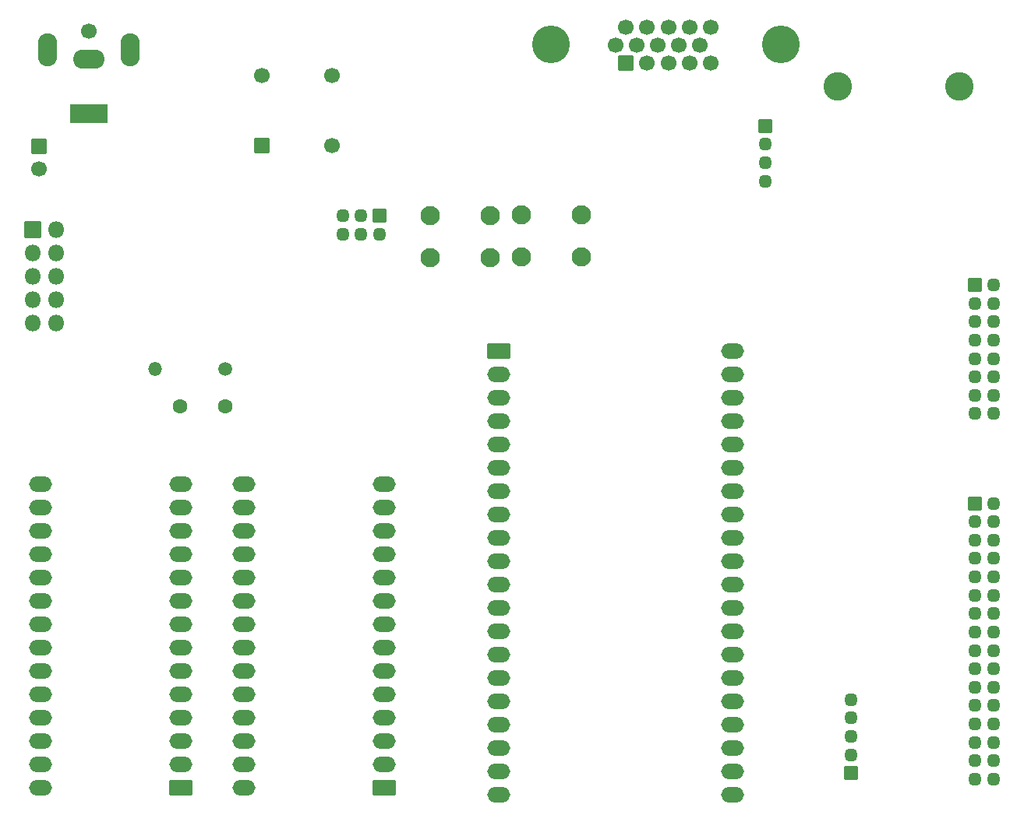
<source format=gbr>
%TF.GenerationSoftware,KiCad,Pcbnew,6.0.4-1.fc35*%
%TF.CreationDate,2022-04-22T23:34:45+05:30*%
%TF.ProjectId,8puter,38707574-6572-42e6-9b69-6361645f7063,rev?*%
%TF.SameCoordinates,PX5496c90PY8113368*%
%TF.FileFunction,Soldermask,Bot*%
%TF.FilePolarity,Negative*%
%FSLAX46Y46*%
G04 Gerber Fmt 4.6, Leading zero omitted, Abs format (unit mm)*
G04 Created by KiCad (PCBNEW 6.0.4-1.fc35) date 2022-04-22 23:34:45*
%MOMM*%
%LPD*%
G01*
G04 APERTURE LIST*
G04 Aperture macros list*
%AMRoundRect*
0 Rectangle with rounded corners*
0 $1 Rounding radius*
0 $2 $3 $4 $5 $6 $7 $8 $9 X,Y pos of 4 corners*
0 Add a 4 corners polygon primitive as box body*
4,1,4,$2,$3,$4,$5,$6,$7,$8,$9,$2,$3,0*
0 Add four circle primitives for the rounded corners*
1,1,$1+$1,$2,$3*
1,1,$1+$1,$4,$5*
1,1,$1+$1,$6,$7*
1,1,$1+$1,$8,$9*
0 Add four rect primitives between the rounded corners*
20,1,$1+$1,$2,$3,$4,$5,0*
20,1,$1+$1,$4,$5,$6,$7,0*
20,1,$1+$1,$6,$7,$8,$9,0*
20,1,$1+$1,$8,$9,$2,$3,0*%
G04 Aperture macros list end*
%ADD10C,2.100000*%
%ADD11RoundRect,0.050000X1.200000X0.800000X-1.200000X0.800000X-1.200000X-0.800000X1.200000X-0.800000X0*%
%ADD12O,2.500000X1.700000*%
%ADD13RoundRect,0.050000X-1.200000X-0.800000X1.200000X-0.800000X1.200000X0.800000X-1.200000X0.800000X0*%
%ADD14RoundRect,0.050000X-0.850000X-0.850000X0.850000X-0.850000X0.850000X0.850000X-0.850000X0.850000X0*%
%ADD15O,1.800000X1.800000*%
%ADD16RoundRect,0.050000X-0.675000X-0.675000X0.675000X-0.675000X0.675000X0.675000X-0.675000X0.675000X0*%
%ADD17O,1.450000X1.450000*%
%ADD18C,1.500000*%
%ADD19O,1.500000X1.500000*%
%ADD20RoundRect,0.050000X-0.800000X0.800000X-0.800000X-0.800000X0.800000X-0.800000X0.800000X0.800000X0*%
%ADD21C,1.700000*%
%ADD22C,4.100000*%
%ADD23RoundRect,0.050000X0.800000X0.800000X-0.800000X0.800000X-0.800000X-0.800000X0.800000X-0.800000X0*%
%ADD24RoundRect,0.050000X0.675000X0.675000X-0.675000X0.675000X-0.675000X-0.675000X0.675000X-0.675000X0*%
%ADD25RoundRect,0.050000X2.000000X1.000000X-2.000000X1.000000X-2.000000X-1.000000X2.000000X-1.000000X0*%
%ADD26O,3.400000X2.100000*%
%ADD27O,2.100000X3.600000*%
%ADD28RoundRect,0.050000X-0.675000X0.675000X-0.675000X-0.675000X0.675000X-0.675000X0.675000X0.675000X0*%
%ADD29C,3.100000*%
%ADD30C,1.600000*%
%ADD31RoundRect,0.050000X-0.800000X-0.800000X0.800000X-0.800000X0.800000X0.800000X-0.800000X0.800000X0*%
G04 APERTURE END LIST*
D10*
%TO.C,RESET_SW1*%
X59894219Y76594226D03*
X66394219Y76594226D03*
X59894219Y72094226D03*
X66394219Y72094226D03*
%TD*%
D11*
%TO.C,ROM1*%
X45025005Y14275012D03*
D12*
X45025005Y16815012D03*
X45025005Y19355012D03*
X45025005Y21895012D03*
X45025005Y24435012D03*
X45025005Y26975012D03*
X45025005Y29515012D03*
X45025005Y32055012D03*
X45025005Y34595012D03*
X45025005Y37135012D03*
X45025005Y39675012D03*
X45025005Y42215012D03*
X45025005Y44755012D03*
X45025005Y47295012D03*
X29785005Y47295012D03*
X29785005Y44755012D03*
X29785005Y42215012D03*
X29785005Y39675012D03*
X29785005Y37135012D03*
X29785005Y34595012D03*
X29785005Y32055012D03*
X29785005Y29515012D03*
X29785005Y26975012D03*
X29785005Y24435012D03*
X29785005Y21895012D03*
X29785005Y19355012D03*
X29785005Y16815012D03*
X29785005Y14275012D03*
%TD*%
D13*
%TO.C,CPU1*%
X57500005Y61825012D03*
D12*
X57500005Y59285012D03*
X57500005Y56745012D03*
X57500005Y54205012D03*
X57500005Y51665012D03*
X57500005Y49125012D03*
X57500005Y46585012D03*
X57500005Y44045012D03*
X57500005Y41505012D03*
X57500005Y38965012D03*
X57500005Y36425012D03*
X57500005Y33885012D03*
X57500005Y31345012D03*
X57500005Y28805012D03*
X57500005Y26265012D03*
X57500005Y23725012D03*
X57500005Y21185012D03*
X57500005Y18645012D03*
X57500005Y16105012D03*
X57500005Y13565012D03*
X82900005Y13565012D03*
X82900005Y16105012D03*
X82900005Y18645012D03*
X82900005Y21185012D03*
X82900005Y23725012D03*
X82900005Y26265012D03*
X82900005Y28805012D03*
X82900005Y31345012D03*
X82900005Y33885012D03*
X82900005Y36425012D03*
X82900005Y38965012D03*
X82900005Y41505012D03*
X82900005Y44045012D03*
X82900005Y46585012D03*
X82900005Y49125012D03*
X82900005Y51665012D03*
X82900005Y54205012D03*
X82900005Y56745012D03*
X82900005Y59285012D03*
X82900005Y61825012D03*
%TD*%
D14*
%TO.C,SERIAL1*%
X6825000Y74975000D03*
D15*
X9365000Y74975000D03*
X6825000Y72435000D03*
X9365000Y72435000D03*
X6825000Y69895000D03*
X9365000Y69895000D03*
X6825000Y67355000D03*
X9365000Y67355000D03*
X6825000Y64815000D03*
X9365000Y64815000D03*
%TD*%
D16*
%TO.C,PERIPHERAL1*%
X109200000Y69000000D03*
D17*
X111200000Y69000000D03*
X109200000Y67000000D03*
X111200000Y67000000D03*
X109200000Y65000000D03*
X111200000Y65000000D03*
X109200000Y63000000D03*
X111200000Y63000000D03*
X109200000Y61000000D03*
X111200000Y61000000D03*
X109200000Y59000000D03*
X111200000Y59000000D03*
X109200000Y57000000D03*
X111200000Y57000000D03*
X109200000Y55000000D03*
X111200000Y55000000D03*
%TD*%
D18*
%TO.C,R4*%
X27710000Y59900000D03*
D19*
X20090000Y59900000D03*
%TD*%
D20*
%TO.C,C3*%
X7500000Y84100000D03*
D21*
X7500000Y81600000D03*
%TD*%
D22*
%TO.C,VGA1*%
X88115000Y95149669D03*
X63115000Y95149669D03*
D23*
X71300000Y93099669D03*
D21*
X73590000Y93099669D03*
X75880000Y93099669D03*
X78170000Y93099669D03*
X80460000Y93099669D03*
X70155000Y95079669D03*
X72445000Y95079669D03*
X74735000Y95079669D03*
X77025000Y95079669D03*
X79315000Y95079669D03*
X71300000Y97059669D03*
X73590000Y97059669D03*
X75880000Y97059669D03*
X78170000Y97059669D03*
X80460000Y97059669D03*
%TD*%
D24*
%TO.C,JTAG1*%
X95700000Y15900000D03*
D17*
X95700000Y17900000D03*
X95700000Y19900000D03*
X95700000Y21900000D03*
X95700000Y23900000D03*
%TD*%
D16*
%TO.C,DEBUG1*%
X109200000Y45250000D03*
D17*
X111200000Y45250000D03*
X109200000Y43250000D03*
X111200000Y43250000D03*
X109200000Y41250000D03*
X111200000Y41250000D03*
X109200000Y39250000D03*
X111200000Y39250000D03*
X109200000Y37250000D03*
X111200000Y37250000D03*
X109200000Y35250000D03*
X111200000Y35250000D03*
X109200000Y33250000D03*
X111200000Y33250000D03*
X109200000Y31250000D03*
X111200000Y31250000D03*
X109200000Y29250000D03*
X111200000Y29250000D03*
X109200000Y27250000D03*
X111200000Y27250000D03*
X109200000Y25250000D03*
X111200000Y25250000D03*
X109200000Y23250000D03*
X111200000Y23250000D03*
X109200000Y21250000D03*
X111200000Y21250000D03*
X109200000Y19250000D03*
X111200000Y19250000D03*
X109200000Y17250000D03*
X111200000Y17250000D03*
X109200000Y15250000D03*
X111200000Y15250000D03*
%TD*%
D16*
%TO.C,SWD_H1*%
X86400000Y86300000D03*
D17*
X86400000Y84300000D03*
X86400000Y82300000D03*
X86400000Y80300000D03*
%TD*%
D11*
%TO.C,RAM1*%
X22900005Y14300012D03*
D12*
X22900005Y16840012D03*
X22900005Y19380012D03*
X22900005Y21920012D03*
X22900005Y24460012D03*
X22900005Y27000012D03*
X22900005Y29540012D03*
X22900005Y32080012D03*
X22900005Y34620012D03*
X22900005Y37160012D03*
X22900005Y39700012D03*
X22900005Y42240012D03*
X22900005Y44780012D03*
X22900005Y47320012D03*
X7660005Y47320012D03*
X7660005Y44780012D03*
X7660005Y42240012D03*
X7660005Y39700012D03*
X7660005Y37160012D03*
X7660005Y34620012D03*
X7660005Y32080012D03*
X7660005Y29540012D03*
X7660005Y27000012D03*
X7660005Y24460012D03*
X7660005Y21920012D03*
X7660005Y19380012D03*
X7660005Y16840012D03*
X7660005Y14300012D03*
%TD*%
D21*
%TO.C,J1*%
X12900000Y96600000D03*
D25*
X12900000Y87600000D03*
D26*
X12900000Y93600000D03*
D27*
X17400000Y94600000D03*
X8400000Y94600000D03*
%TD*%
D10*
%TO.C,STEP_SW1*%
X56500000Y72000000D03*
X50000000Y72000000D03*
X50000000Y76500000D03*
X56500000Y76500000D03*
%TD*%
D28*
%TO.C,CS_SEL1*%
X44500000Y76500000D03*
D17*
X44500000Y74500000D03*
X42500000Y76500000D03*
X42500000Y74500000D03*
X40500000Y76500000D03*
X40500000Y74500000D03*
%TD*%
D29*
%TO.C,USB_P1*%
X94330000Y90630000D03*
X107470000Y90630000D03*
%TD*%
D30*
%TO.C,Y1*%
X22850000Y55800000D03*
X27730000Y55800000D03*
%TD*%
D31*
%TO.C,X1*%
X31690000Y84190000D03*
D21*
X39310000Y84190000D03*
X39310000Y91810000D03*
X31690000Y91810000D03*
%TD*%
M02*

</source>
